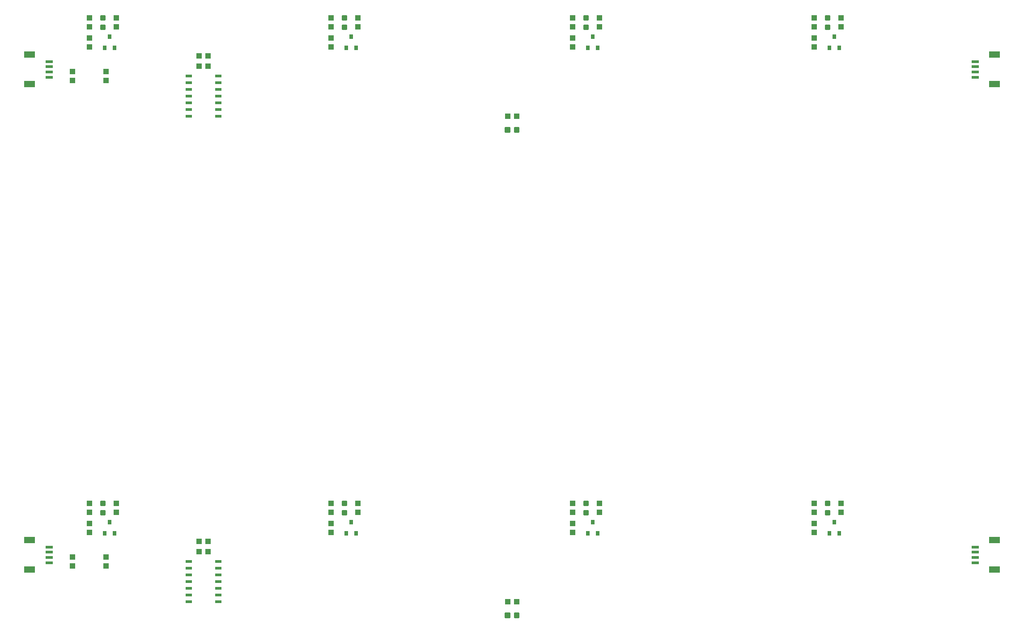
<source format=gtp>
G04 EAGLE Gerber RS-274X export*
G75*
%MOMM*%
%FSLAX34Y34*%
%LPD*%
%INSolderpaste Top*%
%IPPOS*%
%AMOC8*
5,1,8,0,0,1.08239X$1,22.5*%
G01*
%ADD10R,1.100000X1.000000*%
%ADD11C,0.300000*%
%ADD12R,2.000000X1.200000*%
%ADD13R,1.350000X0.600000*%
%ADD14R,0.800000X0.900000*%
%ADD15R,1.000000X1.100000*%
%ADD16R,1.200000X0.600000*%


D10*
X334400Y133350D03*
X351400Y133350D03*
D11*
X1520500Y210630D02*
X1527500Y210630D01*
X1527500Y203630D01*
X1520500Y203630D01*
X1520500Y210630D01*
X1520500Y206480D02*
X1527500Y206480D01*
X1527500Y209330D02*
X1520500Y209330D01*
X1520500Y228170D02*
X1527500Y228170D01*
X1527500Y221170D01*
X1520500Y221170D01*
X1520500Y228170D01*
X1520500Y224020D02*
X1527500Y224020D01*
X1527500Y226870D02*
X1520500Y226870D01*
X932370Y16200D02*
X932370Y9200D01*
X932370Y16200D02*
X939370Y16200D01*
X939370Y9200D01*
X932370Y9200D01*
X932370Y12050D02*
X939370Y12050D01*
X939370Y14900D02*
X932370Y14900D01*
X914830Y16200D02*
X914830Y9200D01*
X914830Y16200D02*
X921830Y16200D01*
X921830Y9200D01*
X914830Y9200D01*
X914830Y12050D02*
X921830Y12050D01*
X921830Y14900D02*
X914830Y14900D01*
X1063300Y210630D02*
X1070300Y210630D01*
X1070300Y203630D01*
X1063300Y203630D01*
X1063300Y210630D01*
X1063300Y206480D02*
X1070300Y206480D01*
X1070300Y209330D02*
X1063300Y209330D01*
X1063300Y228170D02*
X1070300Y228170D01*
X1070300Y221170D01*
X1063300Y221170D01*
X1063300Y228170D01*
X1063300Y224020D02*
X1070300Y224020D01*
X1070300Y226870D02*
X1063300Y226870D01*
X613100Y210630D02*
X606100Y210630D01*
X613100Y210630D02*
X613100Y203630D01*
X606100Y203630D01*
X606100Y210630D01*
X606100Y206480D02*
X613100Y206480D01*
X613100Y209330D02*
X606100Y209330D01*
X606100Y228170D02*
X613100Y228170D01*
X613100Y221170D01*
X606100Y221170D01*
X606100Y228170D01*
X606100Y224020D02*
X613100Y224020D01*
X613100Y226870D02*
X606100Y226870D01*
X155900Y210630D02*
X148900Y210630D01*
X155900Y210630D02*
X155900Y203630D01*
X148900Y203630D01*
X148900Y210630D01*
X148900Y206480D02*
X155900Y206480D01*
X155900Y209330D02*
X148900Y209330D01*
X148900Y228170D02*
X155900Y228170D01*
X155900Y221170D01*
X148900Y221170D01*
X148900Y228170D01*
X148900Y224020D02*
X155900Y224020D01*
X155900Y226870D02*
X148900Y226870D01*
D12*
X1840150Y99000D03*
X1840150Y155000D03*
D13*
X1803400Y112000D03*
X1803400Y122000D03*
X1803400Y132000D03*
X1803400Y142000D03*
D12*
X14050Y155000D03*
X14050Y99000D03*
D13*
X50800Y142000D03*
X50800Y132000D03*
X50800Y122000D03*
X50800Y112000D03*
D14*
X1527200Y167800D03*
X1546200Y167800D03*
X1536700Y188800D03*
X1070000Y167800D03*
X1089000Y167800D03*
X1079500Y188800D03*
X612800Y167800D03*
X631800Y167800D03*
X622300Y188800D03*
X155600Y167800D03*
X174600Y167800D03*
X165100Y188800D03*
D15*
X1498600Y224400D03*
X1498600Y207400D03*
X127000Y224400D03*
X127000Y207400D03*
D10*
X935600Y38100D03*
X918600Y38100D03*
D15*
X177800Y207400D03*
X177800Y224400D03*
X127000Y169300D03*
X127000Y186300D03*
D10*
X334400Y152400D03*
X351400Y152400D03*
D15*
X1549400Y207400D03*
X1549400Y224400D03*
X1498600Y169300D03*
X1498600Y186300D03*
X1041400Y224400D03*
X1041400Y207400D03*
X1092200Y207400D03*
X1092200Y224400D03*
X1041400Y169300D03*
X1041400Y186300D03*
X584200Y224400D03*
X584200Y207400D03*
X635000Y207400D03*
X635000Y224400D03*
X584200Y169300D03*
X584200Y186300D03*
D16*
X314900Y114300D03*
X314900Y101600D03*
X314900Y88900D03*
X314900Y76200D03*
X314900Y63500D03*
X314900Y50800D03*
X314900Y38100D03*
X370900Y38100D03*
X370900Y50800D03*
X370900Y63500D03*
X370900Y76200D03*
X370900Y88900D03*
X370900Y101600D03*
X370900Y114300D03*
D15*
X95250Y122800D03*
X95250Y105800D03*
X158750Y122800D03*
X158750Y105800D03*
D10*
X334400Y1052830D03*
X351400Y1052830D03*
D11*
X1520500Y1130110D02*
X1527500Y1130110D01*
X1527500Y1123110D01*
X1520500Y1123110D01*
X1520500Y1130110D01*
X1520500Y1125960D02*
X1527500Y1125960D01*
X1527500Y1128810D02*
X1520500Y1128810D01*
X1520500Y1147650D02*
X1527500Y1147650D01*
X1527500Y1140650D01*
X1520500Y1140650D01*
X1520500Y1147650D01*
X1520500Y1143500D02*
X1527500Y1143500D01*
X1527500Y1146350D02*
X1520500Y1146350D01*
X932370Y935680D02*
X932370Y928680D01*
X932370Y935680D02*
X939370Y935680D01*
X939370Y928680D01*
X932370Y928680D01*
X932370Y931530D02*
X939370Y931530D01*
X939370Y934380D02*
X932370Y934380D01*
X914830Y935680D02*
X914830Y928680D01*
X914830Y935680D02*
X921830Y935680D01*
X921830Y928680D01*
X914830Y928680D01*
X914830Y931530D02*
X921830Y931530D01*
X921830Y934380D02*
X914830Y934380D01*
X1063300Y1130110D02*
X1070300Y1130110D01*
X1070300Y1123110D01*
X1063300Y1123110D01*
X1063300Y1130110D01*
X1063300Y1125960D02*
X1070300Y1125960D01*
X1070300Y1128810D02*
X1063300Y1128810D01*
X1063300Y1147650D02*
X1070300Y1147650D01*
X1070300Y1140650D01*
X1063300Y1140650D01*
X1063300Y1147650D01*
X1063300Y1143500D02*
X1070300Y1143500D01*
X1070300Y1146350D02*
X1063300Y1146350D01*
X613100Y1130110D02*
X606100Y1130110D01*
X613100Y1130110D02*
X613100Y1123110D01*
X606100Y1123110D01*
X606100Y1130110D01*
X606100Y1125960D02*
X613100Y1125960D01*
X613100Y1128810D02*
X606100Y1128810D01*
X606100Y1147650D02*
X613100Y1147650D01*
X613100Y1140650D01*
X606100Y1140650D01*
X606100Y1147650D01*
X606100Y1143500D02*
X613100Y1143500D01*
X613100Y1146350D02*
X606100Y1146350D01*
X155900Y1130110D02*
X148900Y1130110D01*
X155900Y1130110D02*
X155900Y1123110D01*
X148900Y1123110D01*
X148900Y1130110D01*
X148900Y1125960D02*
X155900Y1125960D01*
X155900Y1128810D02*
X148900Y1128810D01*
X148900Y1147650D02*
X155900Y1147650D01*
X155900Y1140650D01*
X148900Y1140650D01*
X148900Y1147650D01*
X148900Y1143500D02*
X155900Y1143500D01*
X155900Y1146350D02*
X148900Y1146350D01*
D12*
X1840150Y1018480D03*
X1840150Y1074480D03*
D13*
X1803400Y1031480D03*
X1803400Y1041480D03*
X1803400Y1051480D03*
X1803400Y1061480D03*
D12*
X14050Y1074480D03*
X14050Y1018480D03*
D13*
X50800Y1061480D03*
X50800Y1051480D03*
X50800Y1041480D03*
X50800Y1031480D03*
D14*
X1527200Y1087280D03*
X1546200Y1087280D03*
X1536700Y1108280D03*
X1070000Y1087280D03*
X1089000Y1087280D03*
X1079500Y1108280D03*
X612800Y1087280D03*
X631800Y1087280D03*
X622300Y1108280D03*
X155600Y1087280D03*
X174600Y1087280D03*
X165100Y1108280D03*
D15*
X1498600Y1143880D03*
X1498600Y1126880D03*
X127000Y1143880D03*
X127000Y1126880D03*
D10*
X935600Y957580D03*
X918600Y957580D03*
D15*
X177800Y1126880D03*
X177800Y1143880D03*
X127000Y1088780D03*
X127000Y1105780D03*
D10*
X334400Y1071880D03*
X351400Y1071880D03*
D15*
X1549400Y1126880D03*
X1549400Y1143880D03*
X1498600Y1088780D03*
X1498600Y1105780D03*
X1041400Y1143880D03*
X1041400Y1126880D03*
X1092200Y1126880D03*
X1092200Y1143880D03*
X1041400Y1088780D03*
X1041400Y1105780D03*
X584200Y1143880D03*
X584200Y1126880D03*
X635000Y1126880D03*
X635000Y1143880D03*
X584200Y1088780D03*
X584200Y1105780D03*
D16*
X314900Y1033780D03*
X314900Y1021080D03*
X314900Y1008380D03*
X314900Y995680D03*
X314900Y982980D03*
X314900Y970280D03*
X314900Y957580D03*
X370900Y957580D03*
X370900Y970280D03*
X370900Y982980D03*
X370900Y995680D03*
X370900Y1008380D03*
X370900Y1021080D03*
X370900Y1033780D03*
D15*
X95250Y1042280D03*
X95250Y1025280D03*
X158750Y1042280D03*
X158750Y1025280D03*
M02*

</source>
